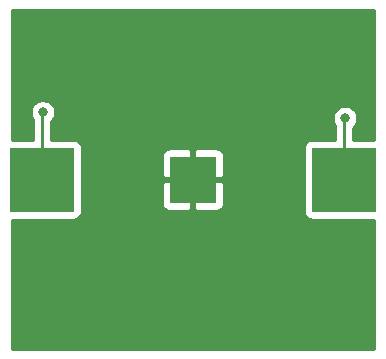
<source format=gbr>
%TF.GenerationSoftware,KiCad,Pcbnew,(5.1.6)-1*%
%TF.CreationDate,2020-09-22T06:28:04-04:00*%
%TF.ProjectId,Tutorial,5475746f-7269-4616-9c2e-6b696361645f,rev?*%
%TF.SameCoordinates,Original*%
%TF.FileFunction,Copper,L2,Bot*%
%TF.FilePolarity,Positive*%
%FSLAX46Y46*%
G04 Gerber Fmt 4.6, Leading zero omitted, Abs format (unit mm)*
G04 Created by KiCad (PCBNEW (5.1.6)-1) date 2020-09-22 06:28:04*
%MOMM*%
%LPD*%
G01*
G04 APERTURE LIST*
%TA.AperFunction,SMDPad,CuDef*%
%ADD10R,5.500000X5.500000*%
%TD*%
%TA.AperFunction,SMDPad,CuDef*%
%ADD11R,4.000000X4.000000*%
%TD*%
%TA.AperFunction,ViaPad*%
%ADD12C,0.800000*%
%TD*%
%TA.AperFunction,Conductor*%
%ADD13C,0.250000*%
%TD*%
%TA.AperFunction,Conductor*%
%ADD14C,0.254000*%
%TD*%
G04 APERTURE END LIST*
D10*
%TO.P,BT1,1*%
%TO.N,/VDD*%
X173800000Y-87000000D03*
X148200000Y-87000000D03*
D11*
%TO.P,BT1,2*%
%TO.N,GND*%
X161000000Y-87000000D03*
%TD*%
D12*
%TO.N,GND*%
X154000000Y-97000000D03*
X154000000Y-81000000D03*
X158900000Y-83700000D03*
%TO.N,/VDD*%
X148300000Y-81300000D03*
X173900000Y-81800000D03*
%TD*%
D13*
%TO.N,/VDD*%
X148200000Y-87000000D02*
X148200000Y-81400000D01*
X148200000Y-81400000D02*
X148300000Y-81300000D01*
X173800000Y-87000000D02*
X173700000Y-87100000D01*
X173800000Y-87000000D02*
X173800000Y-81900000D01*
X173800000Y-81900000D02*
X173900000Y-81800000D01*
%TD*%
D14*
%TO.N,GND*%
G36*
X176340001Y-83611928D02*
G01*
X174560000Y-83611928D01*
X174560000Y-82603711D01*
X174703937Y-82459774D01*
X174817205Y-82290256D01*
X174895226Y-82101898D01*
X174935000Y-81901939D01*
X174935000Y-81698061D01*
X174895226Y-81498102D01*
X174817205Y-81309744D01*
X174703937Y-81140226D01*
X174559774Y-80996063D01*
X174390256Y-80882795D01*
X174201898Y-80804774D01*
X174001939Y-80765000D01*
X173798061Y-80765000D01*
X173598102Y-80804774D01*
X173409744Y-80882795D01*
X173240226Y-80996063D01*
X173096063Y-81140226D01*
X172982795Y-81309744D01*
X172904774Y-81498102D01*
X172865000Y-81698061D01*
X172865000Y-81901939D01*
X172904774Y-82101898D01*
X172982795Y-82290256D01*
X173040001Y-82375871D01*
X173040001Y-83611928D01*
X171050000Y-83611928D01*
X170925518Y-83624188D01*
X170805820Y-83660498D01*
X170695506Y-83719463D01*
X170598815Y-83798815D01*
X170519463Y-83895506D01*
X170460498Y-84005820D01*
X170424188Y-84125518D01*
X170411928Y-84250000D01*
X170411928Y-89750000D01*
X170424188Y-89874482D01*
X170460498Y-89994180D01*
X170519463Y-90104494D01*
X170598815Y-90201185D01*
X170695506Y-90280537D01*
X170805820Y-90339502D01*
X170925518Y-90375812D01*
X171050000Y-90388072D01*
X176340000Y-90388072D01*
X176340000Y-101340000D01*
X145660000Y-101340000D01*
X145660000Y-90388072D01*
X150950000Y-90388072D01*
X151074482Y-90375812D01*
X151194180Y-90339502D01*
X151304494Y-90280537D01*
X151401185Y-90201185D01*
X151480537Y-90104494D01*
X151539502Y-89994180D01*
X151575812Y-89874482D01*
X151588072Y-89750000D01*
X151588072Y-89000000D01*
X158361928Y-89000000D01*
X158374188Y-89124482D01*
X158410498Y-89244180D01*
X158469463Y-89354494D01*
X158548815Y-89451185D01*
X158645506Y-89530537D01*
X158755820Y-89589502D01*
X158875518Y-89625812D01*
X159000000Y-89638072D01*
X160714250Y-89635000D01*
X160873000Y-89476250D01*
X160873000Y-87127000D01*
X161127000Y-87127000D01*
X161127000Y-89476250D01*
X161285750Y-89635000D01*
X163000000Y-89638072D01*
X163124482Y-89625812D01*
X163244180Y-89589502D01*
X163354494Y-89530537D01*
X163451185Y-89451185D01*
X163530537Y-89354494D01*
X163589502Y-89244180D01*
X163625812Y-89124482D01*
X163638072Y-89000000D01*
X163635000Y-87285750D01*
X163476250Y-87127000D01*
X161127000Y-87127000D01*
X160873000Y-87127000D01*
X158523750Y-87127000D01*
X158365000Y-87285750D01*
X158361928Y-89000000D01*
X151588072Y-89000000D01*
X151588072Y-85000000D01*
X158361928Y-85000000D01*
X158365000Y-86714250D01*
X158523750Y-86873000D01*
X160873000Y-86873000D01*
X160873000Y-84523750D01*
X161127000Y-84523750D01*
X161127000Y-86873000D01*
X163476250Y-86873000D01*
X163635000Y-86714250D01*
X163638072Y-85000000D01*
X163625812Y-84875518D01*
X163589502Y-84755820D01*
X163530537Y-84645506D01*
X163451185Y-84548815D01*
X163354494Y-84469463D01*
X163244180Y-84410498D01*
X163124482Y-84374188D01*
X163000000Y-84361928D01*
X161285750Y-84365000D01*
X161127000Y-84523750D01*
X160873000Y-84523750D01*
X160714250Y-84365000D01*
X159000000Y-84361928D01*
X158875518Y-84374188D01*
X158755820Y-84410498D01*
X158645506Y-84469463D01*
X158548815Y-84548815D01*
X158469463Y-84645506D01*
X158410498Y-84755820D01*
X158374188Y-84875518D01*
X158361928Y-85000000D01*
X151588072Y-85000000D01*
X151588072Y-84250000D01*
X151575812Y-84125518D01*
X151539502Y-84005820D01*
X151480537Y-83895506D01*
X151401185Y-83798815D01*
X151304494Y-83719463D01*
X151194180Y-83660498D01*
X151074482Y-83624188D01*
X150950000Y-83611928D01*
X148960000Y-83611928D01*
X148960000Y-82103711D01*
X149103937Y-81959774D01*
X149217205Y-81790256D01*
X149295226Y-81601898D01*
X149335000Y-81401939D01*
X149335000Y-81198061D01*
X149295226Y-80998102D01*
X149217205Y-80809744D01*
X149103937Y-80640226D01*
X148959774Y-80496063D01*
X148790256Y-80382795D01*
X148601898Y-80304774D01*
X148401939Y-80265000D01*
X148198061Y-80265000D01*
X147998102Y-80304774D01*
X147809744Y-80382795D01*
X147640226Y-80496063D01*
X147496063Y-80640226D01*
X147382795Y-80809744D01*
X147304774Y-80998102D01*
X147265000Y-81198061D01*
X147265000Y-81401939D01*
X147304774Y-81601898D01*
X147382795Y-81790256D01*
X147440001Y-81875871D01*
X147440001Y-83611928D01*
X145660000Y-83611928D01*
X145660000Y-72660000D01*
X176340001Y-72660000D01*
X176340001Y-83611928D01*
G37*
X176340001Y-83611928D02*
X174560000Y-83611928D01*
X174560000Y-82603711D01*
X174703937Y-82459774D01*
X174817205Y-82290256D01*
X174895226Y-82101898D01*
X174935000Y-81901939D01*
X174935000Y-81698061D01*
X174895226Y-81498102D01*
X174817205Y-81309744D01*
X174703937Y-81140226D01*
X174559774Y-80996063D01*
X174390256Y-80882795D01*
X174201898Y-80804774D01*
X174001939Y-80765000D01*
X173798061Y-80765000D01*
X173598102Y-80804774D01*
X173409744Y-80882795D01*
X173240226Y-80996063D01*
X173096063Y-81140226D01*
X172982795Y-81309744D01*
X172904774Y-81498102D01*
X172865000Y-81698061D01*
X172865000Y-81901939D01*
X172904774Y-82101898D01*
X172982795Y-82290256D01*
X173040001Y-82375871D01*
X173040001Y-83611928D01*
X171050000Y-83611928D01*
X170925518Y-83624188D01*
X170805820Y-83660498D01*
X170695506Y-83719463D01*
X170598815Y-83798815D01*
X170519463Y-83895506D01*
X170460498Y-84005820D01*
X170424188Y-84125518D01*
X170411928Y-84250000D01*
X170411928Y-89750000D01*
X170424188Y-89874482D01*
X170460498Y-89994180D01*
X170519463Y-90104494D01*
X170598815Y-90201185D01*
X170695506Y-90280537D01*
X170805820Y-90339502D01*
X170925518Y-90375812D01*
X171050000Y-90388072D01*
X176340000Y-90388072D01*
X176340000Y-101340000D01*
X145660000Y-101340000D01*
X145660000Y-90388072D01*
X150950000Y-90388072D01*
X151074482Y-90375812D01*
X151194180Y-90339502D01*
X151304494Y-90280537D01*
X151401185Y-90201185D01*
X151480537Y-90104494D01*
X151539502Y-89994180D01*
X151575812Y-89874482D01*
X151588072Y-89750000D01*
X151588072Y-89000000D01*
X158361928Y-89000000D01*
X158374188Y-89124482D01*
X158410498Y-89244180D01*
X158469463Y-89354494D01*
X158548815Y-89451185D01*
X158645506Y-89530537D01*
X158755820Y-89589502D01*
X158875518Y-89625812D01*
X159000000Y-89638072D01*
X160714250Y-89635000D01*
X160873000Y-89476250D01*
X160873000Y-87127000D01*
X161127000Y-87127000D01*
X161127000Y-89476250D01*
X161285750Y-89635000D01*
X163000000Y-89638072D01*
X163124482Y-89625812D01*
X163244180Y-89589502D01*
X163354494Y-89530537D01*
X163451185Y-89451185D01*
X163530537Y-89354494D01*
X163589502Y-89244180D01*
X163625812Y-89124482D01*
X163638072Y-89000000D01*
X163635000Y-87285750D01*
X163476250Y-87127000D01*
X161127000Y-87127000D01*
X160873000Y-87127000D01*
X158523750Y-87127000D01*
X158365000Y-87285750D01*
X158361928Y-89000000D01*
X151588072Y-89000000D01*
X151588072Y-85000000D01*
X158361928Y-85000000D01*
X158365000Y-86714250D01*
X158523750Y-86873000D01*
X160873000Y-86873000D01*
X160873000Y-84523750D01*
X161127000Y-84523750D01*
X161127000Y-86873000D01*
X163476250Y-86873000D01*
X163635000Y-86714250D01*
X163638072Y-85000000D01*
X163625812Y-84875518D01*
X163589502Y-84755820D01*
X163530537Y-84645506D01*
X163451185Y-84548815D01*
X163354494Y-84469463D01*
X163244180Y-84410498D01*
X163124482Y-84374188D01*
X163000000Y-84361928D01*
X161285750Y-84365000D01*
X161127000Y-84523750D01*
X160873000Y-84523750D01*
X160714250Y-84365000D01*
X159000000Y-84361928D01*
X158875518Y-84374188D01*
X158755820Y-84410498D01*
X158645506Y-84469463D01*
X158548815Y-84548815D01*
X158469463Y-84645506D01*
X158410498Y-84755820D01*
X158374188Y-84875518D01*
X158361928Y-85000000D01*
X151588072Y-85000000D01*
X151588072Y-84250000D01*
X151575812Y-84125518D01*
X151539502Y-84005820D01*
X151480537Y-83895506D01*
X151401185Y-83798815D01*
X151304494Y-83719463D01*
X151194180Y-83660498D01*
X151074482Y-83624188D01*
X150950000Y-83611928D01*
X148960000Y-83611928D01*
X148960000Y-82103711D01*
X149103937Y-81959774D01*
X149217205Y-81790256D01*
X149295226Y-81601898D01*
X149335000Y-81401939D01*
X149335000Y-81198061D01*
X149295226Y-80998102D01*
X149217205Y-80809744D01*
X149103937Y-80640226D01*
X148959774Y-80496063D01*
X148790256Y-80382795D01*
X148601898Y-80304774D01*
X148401939Y-80265000D01*
X148198061Y-80265000D01*
X147998102Y-80304774D01*
X147809744Y-80382795D01*
X147640226Y-80496063D01*
X147496063Y-80640226D01*
X147382795Y-80809744D01*
X147304774Y-80998102D01*
X147265000Y-81198061D01*
X147265000Y-81401939D01*
X147304774Y-81601898D01*
X147382795Y-81790256D01*
X147440001Y-81875871D01*
X147440001Y-83611928D01*
X145660000Y-83611928D01*
X145660000Y-72660000D01*
X176340001Y-72660000D01*
X176340001Y-83611928D01*
%TD*%
M02*

</source>
